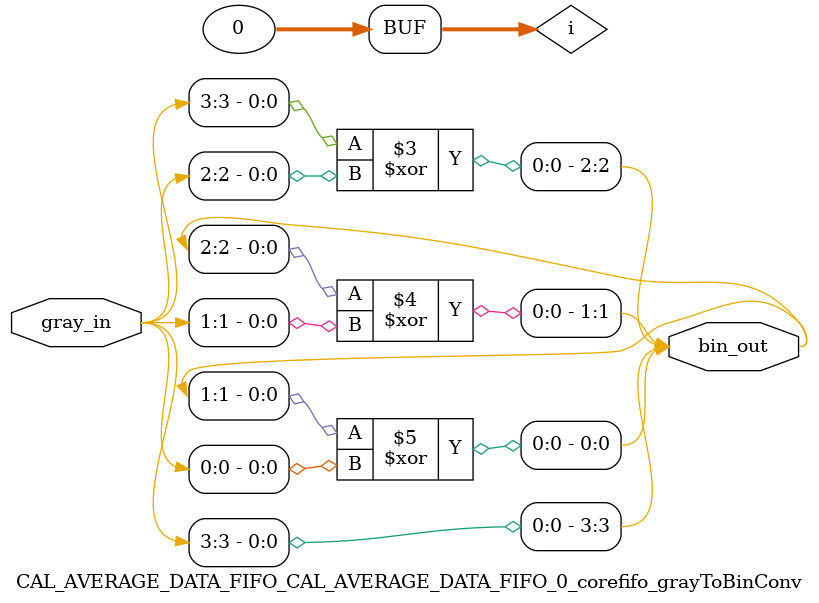
<source format=v>

`timescale 1ns / 100ps

module CAL_AVERAGE_DATA_FIFO_CAL_AVERAGE_DATA_FIFO_0_corefifo_grayToBinConv(
                                         gray_in,
                                         bin_out
                                        );

   // --------------------------------------------------------------------------
   // Parameter Declaration
   // --------------------------------------------------------------------------
   parameter ADDRWIDTH  = 3;
  // parameter SYNC_RESET = 0;   

   // --------------------------------------------------------------------------
   // I/O Declaration
   // --------------------------------------------------------------------------

   //--------
   // Inputs
   //--------
   input [ADDRWIDTH:0]    gray_in;

   //---------
   // Outputs
   //---------
   output [ADDRWIDTH:0] bin_out;

   // --------------------------------------------------------------------------
   // Internal signals
   // --------------------------------------------------------------------------
   reg [ADDRWIDTH:0]      bin_out;   
   integer                i;
   

   // --------------------------------------------------------------------------
   //                               Start - of - Code
   // --------------------------------------------------------------------------


   // --------------------------------------------------------------------------
   // Logic to Convert the Gray code to Binary
   // --------------------------------------------------------------------------
   always @(*) begin

      bin_out[ADDRWIDTH]  = gray_in[ADDRWIDTH];      

      for(i=ADDRWIDTH;i>0;i = i-1) begin
         bin_out[i-1]     = (bin_out[i] ^ gray_in[i-1]);
      end

   end

endmodule // corefifo_grayToBinConv

// --------------------------------------------------------------------------
//                             End - of - Code
// --------------------------------------------------------------------------

</source>
